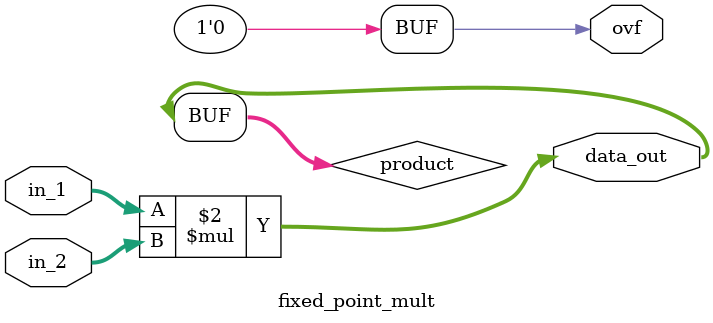
<source format=v>
`timescale 1ns / 1ps


module fixed_point_mult #(
    parameter   WI_1    = 3,
    parameter   WF_1    = 5,
    parameter   WI_2    = 3,
    parameter   WF_2    = 5,
    parameter   WI_O    = WI_1+WI_2,
    parameter   WF_O    = WF_1+WF_2
    )(
    input   wire    signed  [WI_1+WF_1-1:0] in_1,
    input   wire    signed  [WI_2+WF_2-1:0] in_2,
    output  reg     signed  [WI_O+WF_O-1:0] data_out,
    output  reg                             ovf
    );

    wire    signed  [WI_1+WI_2+WF_1+WF_2-1:0]   product;

    always @(*)
    begin
        ovf = 1'b0;
        if (WI_O > WI_1+WI_2)
            data_out[WI_O+WF_O-1:WF_O] =  {{WI_O-WI_1-WI_2{product[WI_1+WI_2+WF_1+WF_2-1]}}, 
                                            product[WI_1+WI_2+WF_1+WF_2-1:WF_1+WF_2]};

        else if (WI_O == WI_1+WI_2)
            data_out[WI_O+WF_O-1:WF_O] = product[WI_1+WI_2+WF_1+WF_2-1:WF_1+WF_2];

        else
        begin
            data_out[WI_O+WF_O-1:WF_O] = {product[WI_1+WI_2+WF_1+WF_2-1], product[WI_O+WF_1+WF_2-2:WF_1+WF_2]};
            ovf = ((product[WI_1+WI_2+WF_1+WF_2-1] && ~&product[WI_1+WI_2+WF_1+WF_2-1:WI_O+WF_1+WF_2-1]) || 
                  (~product[WI_1+WI_2+WF_1+WF_2-1] && |product[WI_1+WI_2+WF_1+WF_2-1:WI_O+WF_1+WF_2-1])) ? 1'b1 : 1'b0;
        end

        if (WF_O > WF_1+WF_2)
            data_out[WF_O-1:0] = {product[WF_1+WF_2-1:0], {WF_O-WF_1-WF_2{1'b0}}};

        else if (WF_O == WF_1+WF_2)
            data_out[WF_O-1:0] = product[WF_1+WF_2-1:0];

        else if (WF_O == 0) begin
        end


        else 
            data_out[WF_O-1:0] = product[WF_1+WF_2-1:WF_1+WF_2-WF_O];

    end
    
    assign product = in_1 * in_2;
   
endmodule

</source>
